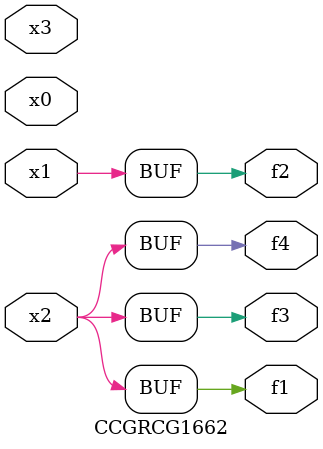
<source format=v>
module CCGRCG1662(
	input x0, x1, x2, x3,
	output f1, f2, f3, f4
);
	assign f1 = x2;
	assign f2 = x1;
	assign f3 = x2;
	assign f4 = x2;
endmodule

</source>
